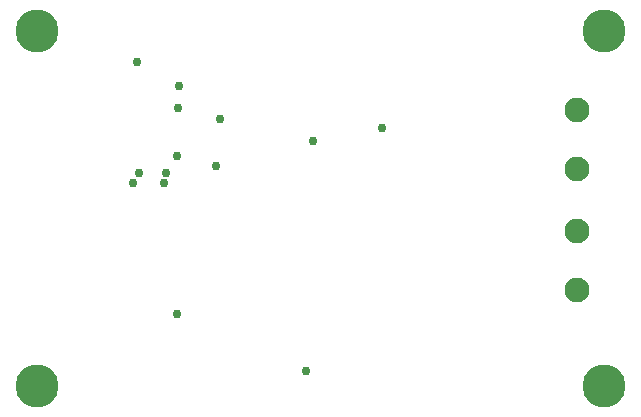
<source format=gbs>
%FSTAX23Y23*%
%MOIN*%
%SFA1B1*%

%IPPOS*%
%ADD42C,0.082740*%
%ADD43C,0.029527*%
%ADD44C,0.143701*%
%LNpcb-1*%
%LPD*%
G54D42*
X01918Y00633D03*
Y00435D03*
Y0084D03*
Y01037D03*
G54D43*
X00459Y00826D03*
X00438Y00793D03*
X01268Y00978D03*
X01038Y00933D03*
X00547Y00826D03*
X00729Y01005D03*
X00453Y01195D03*
X00716Y00849D03*
X00541Y00793D03*
X00586Y00358D03*
Y00883D03*
X00591Y01118D03*
X0059Y01043D03*
X01016Y00166D03*
G54D44*
X00118Y00118D03*
X0201D03*
Y01299D03*
X00118D03*
M02*
</source>
